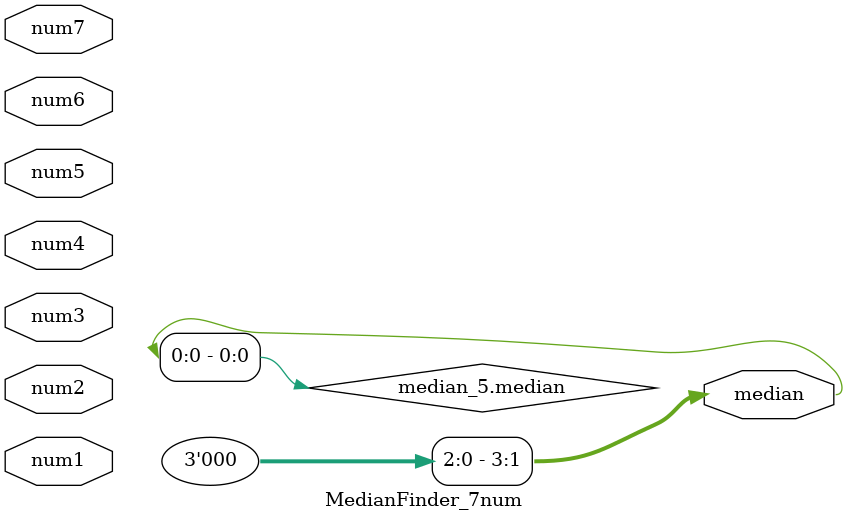
<source format=v>
module MedianFinder_7num(
    input  [3:0] num1, 
    input  [3:0] num2, 
    input  [3:0] num3, 
    input  [3:0] num4, 
    input  [3:0] num5, 
    input  [3:0] num6, 
    input  [3:0] num7,  
    output [3:0] median  
);

    Comparator2 com_1(
        .A(num1),
        .B(num2),
        .min(),
        .max()
    );

    Comparator2 com_2(
        .A(num3),
        .B(num4),
        .min(),
        .max()
    );

    Comparator2 com_3(
        .A(com_1.min),
        .B(com_2.min),
        .min(),
        .max()
    );

    Comparator2 com_4(
        .A(com_1.max),
        .B(com_2.max),
        .min(),
        .max()
    );

    Comparator2 com_5(
        .A(num5),
        .B(num6),
        .min(),
        .max()
    );

    Comparator2 com_6(
        .A(com_3.min),
        .B(com_5.min),
        .min(),
        .max()
    );

    Comparator2 com_7(
        .A(com_5.max),
        .B(com_4.max),
        .min(),
        .max()
    );

    MedianFinder_5num median_5(
	.num1(com_3.max),
	.num2(com_6.max),
	.num3(com_7.min),
	.num4(com_4.min),
	.num5(num7),
	.median()
	);

    assign median = median_5.median;
endmodule

</source>
